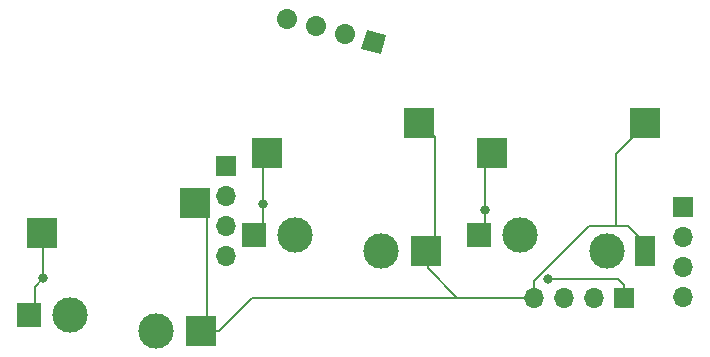
<source format=gbr>
G04 #@! TF.GenerationSoftware,KiCad,Pcbnew,(5.1.4)-1*
G04 #@! TF.CreationDate,2023-09-09T05:29:41-04:00*
G04 #@! TF.ProjectId,ThumbsUp,5468756d-6273-4557-902e-6b696361645f,rev?*
G04 #@! TF.SameCoordinates,Original*
G04 #@! TF.FileFunction,Copper,L2,Bot*
G04 #@! TF.FilePolarity,Positive*
%FSLAX46Y46*%
G04 Gerber Fmt 4.6, Leading zero omitted, Abs format (unit mm)*
G04 Created by KiCad (PCBNEW (5.1.4)-1) date 2023-09-09 05:29:41*
%MOMM*%
%LPD*%
G04 APERTURE LIST*
%ADD10C,1.700000*%
%ADD11C,1.700000*%
%ADD12C,0.100000*%
%ADD13O,1.700000X1.700000*%
%ADD14R,1.700000X1.700000*%
%ADD15R,1.700000X2.500000*%
%ADD16R,2.000000X2.000000*%
%ADD17C,3.000000*%
%ADD18R,2.550000X2.500000*%
%ADD19C,0.800000*%
%ADD20C,0.200000*%
G04 APERTURE END LIST*
D10*
X-63698748Y-442424931D03*
D11*
X-63698748Y-442424931D02*
X-63698748Y-442424931D01*
D10*
X-61245296Y-443082331D03*
D11*
X-61245296Y-443082331D02*
X-61245296Y-443082331D01*
D10*
X-58791845Y-443739732D03*
D11*
X-58791845Y-443739732D02*
X-58791845Y-443739732D01*
D10*
X-56338393Y-444397132D03*
D12*
G36*
X-55737352Y-445438165D02*
G01*
X-57379426Y-444998173D01*
X-56939434Y-443356099D01*
X-55297360Y-443796091D01*
X-55737352Y-445438165D01*
X-55737352Y-445438165D01*
G37*
D13*
X-68875511Y-462499102D03*
X-68875511Y-459959102D03*
X-68875511Y-457419102D03*
D14*
X-68875511Y-454879102D03*
D13*
X-30153013Y-465983573D03*
X-30153013Y-463443573D03*
X-30153013Y-460903573D03*
D14*
X-30153013Y-458363573D03*
D15*
X-33410455Y-462081918D03*
D16*
X-47430455Y-460771918D03*
D17*
X-43930455Y-460771918D03*
X-36630455Y-462121918D03*
D18*
X-33388455Y-451291918D03*
X-46315455Y-453831918D03*
X-70950000Y-468860000D03*
D16*
X-85550000Y-467510000D03*
D17*
X-82050000Y-467510000D03*
X-74750000Y-468860000D03*
D18*
X-71508000Y-458030000D03*
X-84435000Y-460570000D03*
X-51910000Y-462121918D03*
D16*
X-66510000Y-460771918D03*
D17*
X-63010000Y-460771918D03*
X-55710000Y-462121918D03*
D18*
X-52468000Y-451291918D03*
X-65395000Y-453831918D03*
D13*
X-42743868Y-466051045D03*
X-40203868Y-466051045D03*
X-37663868Y-466051045D03*
D14*
X-35123868Y-466051045D03*
D19*
X-46930000Y-458620000D03*
X-65730000Y-458120000D03*
X-41620000Y-464480000D03*
X-84340000Y-464430000D03*
D20*
X-46930000Y-458120000D02*
X-46930000Y-458620000D01*
X-46930000Y-454626463D02*
X-46930000Y-458120000D01*
X-46135455Y-453831918D02*
X-46930000Y-454626463D01*
X-47250455Y-460771918D02*
X-46930000Y-460451463D01*
X-46930000Y-460451463D02*
X-46930000Y-458620000D01*
X-65215000Y-453831918D02*
X-65730000Y-454346918D01*
X-65730000Y-454346918D02*
X-65730000Y-458120000D01*
X-65730000Y-460171918D02*
X-65730000Y-458620000D01*
X-65730000Y-458620000D02*
X-65730000Y-458120000D01*
X-66330000Y-460771918D02*
X-65730000Y-460171918D01*
X-35123868Y-466051045D02*
X-35123868Y-465001045D01*
X-35644913Y-464480000D02*
X-41620000Y-464480000D01*
X-35123868Y-465001045D02*
X-35644913Y-464480000D01*
X-84340000Y-460665000D02*
X-84435000Y-460570000D01*
X-84340000Y-464430000D02*
X-85060000Y-465150000D01*
X-85060000Y-465150000D02*
X-85060000Y-467020000D01*
X-85060000Y-467020000D02*
X-85550000Y-467510000D01*
X-84340000Y-464430000D02*
X-84340000Y-460665000D01*
X-70480000Y-459058000D02*
X-71508000Y-458030000D01*
X-70480000Y-468390000D02*
X-70480000Y-459058000D01*
X-66666045Y-466051045D02*
X-69475000Y-468860000D01*
X-49250873Y-466051045D02*
X-66666045Y-466051045D01*
X-69475000Y-468860000D02*
X-70950000Y-468860000D01*
X-70950000Y-468860000D02*
X-70480000Y-468390000D01*
X-34777373Y-460020000D02*
X-32675455Y-462121918D01*
X-35830000Y-453888463D02*
X-35830000Y-460020000D01*
X-33233455Y-451291918D02*
X-35830000Y-453888463D01*
X-38130000Y-460020000D02*
X-35830000Y-460020000D01*
X-33208455Y-451291918D02*
X-33233455Y-451291918D01*
X-32675455Y-462121918D02*
X-32650455Y-462121918D01*
X-51730000Y-463571918D02*
X-51730000Y-462121918D01*
X-51730000Y-462121918D02*
X-51130000Y-461521918D01*
X-42743868Y-466051045D02*
X-42730000Y-466037177D01*
X-42743868Y-466051045D02*
X-49250873Y-466051045D01*
X-35830000Y-460020000D02*
X-34777373Y-460020000D01*
X-49250873Y-466051045D02*
X-51730000Y-463571918D01*
X-51130000Y-461521918D02*
X-51130000Y-452449918D01*
X-51130000Y-452449918D02*
X-52288000Y-451291918D01*
X-42730000Y-466037177D02*
X-42730000Y-464620000D01*
X-42730000Y-464620000D02*
X-38130000Y-460020000D01*
M02*

</source>
